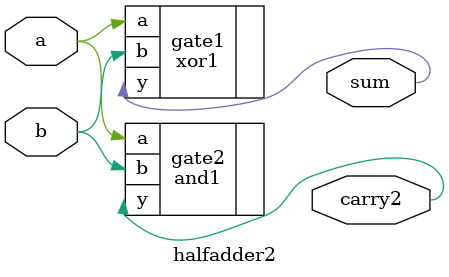
<source format=v>
module halfadder2(input a,b,output sum,carry2);

xor1 gate1(
	.a(a),
	.b(b),
	.y(sum)
	);
and1 gate2(
	.a(a),
	.b(b),
	.y(carry2)
);

endmodule


</source>
